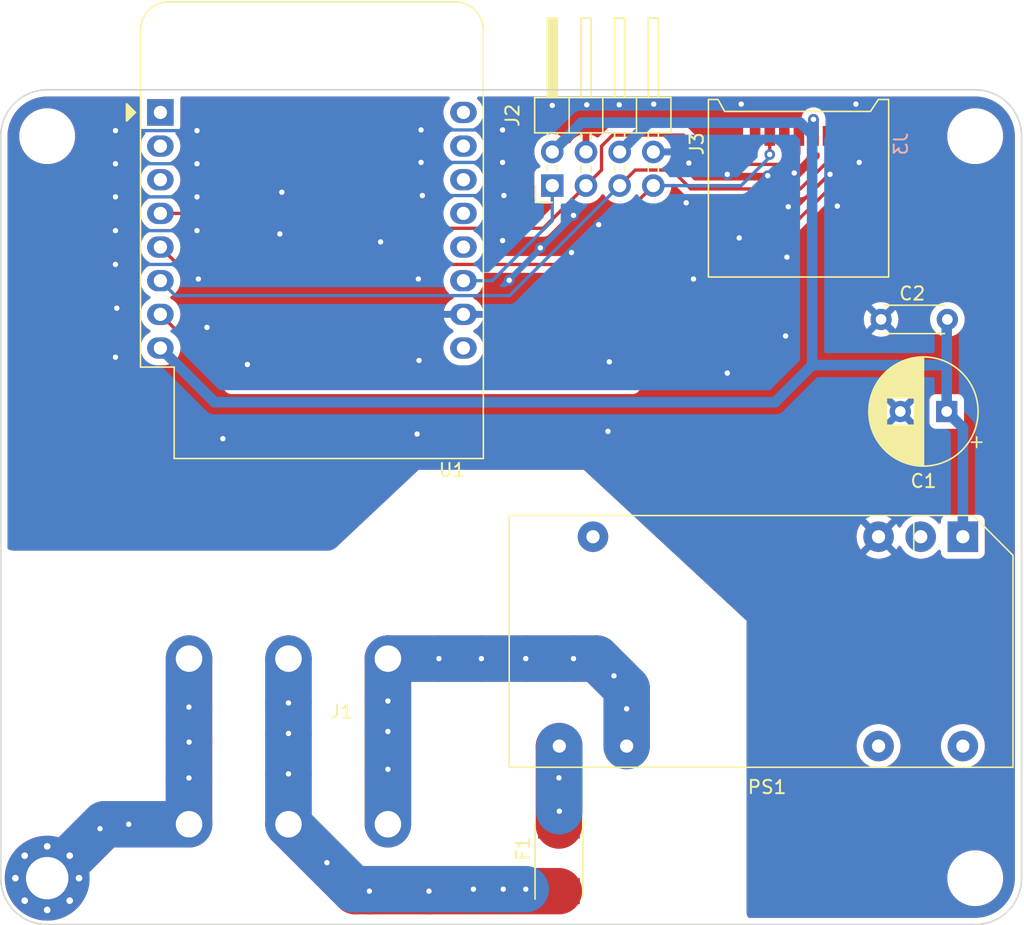
<source format=kicad_pcb>
(kicad_pcb (version 20210722) (generator pcbnew)
  (layers (0 "F.Cu" signal) (31 "B.Cu" signal) (34 "B.Paste" user) (35 "F.Paste" user) (36 "B.SilkS" user "B.Silkscreen") (37 "F.SilkS" user "F.Silkscreen") (38 "B.Mask" user) (39 "F.Mask" user) (44 "Edge.Cuts" user))
  (net 0 "")
  (net 1 "+3V3")
  (net 2 "GND")
  (net 5 "AC1")
  (net 6 "AC2")
  (net 10 "CLK")
  (net 11 "MISO")
  (net 12 "MOSI")
  (net 13 "Net-(F1-Pad2)")
  (net 14 "CS")
  (net 20 "PE")
  (net 21 "SD_CS")
  (footprint "Capacitor_THT:CP_Radial_D8.0mm_P3.50mm" (layer "F.Cu") (at 181.55 74.95 180)
    (fp_text reference "C1" (at 1.75 -5.25) (layer "F.SilkS"))
    (fp_text value "470uF" hide)
    (fp_line (start 4.431 -3.09) (end 4.431 -1.04) (layer "F.SilkS") (width 0.12))
    (fp_line (start 3.111 -3.85) (end 3.111 -1.04) (layer "F.SilkS") (width 0.12))
    (fp_line (start 4.151 -3.309) (end 4.151 -1.04) (layer "F.SilkS") (width 0.12))
    (fp_line (start 4.311 -3.189) (end 4.311 -1.04) (layer "F.SilkS") (width 0.12))
    (fp_line (start 3.991 1.04) (end 3.991 3.418) (layer "F.SilkS") (width 0.12))
    (fp_line (start 5.551 -1.552) (end 5.551 1.552) (layer "F.SilkS") (width 0.12))
    (fp_line (start 4.951 -2.556) (end 4.951 2.556) (layer "F.SilkS") (width 0.12))
    (fp_line (start 4.751 -2.784) (end 4.751 2.784) (layer "F.SilkS") (width 0.12))
    (fp_line (start 4.551 -2.983) (end 4.551 2.983) (layer "F.SilkS") (width 0.12))
    (fp_line (start 4.591 -2.945) (end 4.591 2.945) (layer "F.SilkS") (width 0.12))
    (fp_line (start 5.391 -1.89) (end 5.391 1.89) (layer "F.SilkS") (width 0.12))
    (fp_line (start 5.671 -1.229) (end 5.671 1.229) (layer "F.SilkS") (width 0.12))
    (fp_line (start 4.791 -2.741) (end 4.791 2.741) (layer "F.SilkS") (width 0.12))
    (fp_line (start 4.391 1.04) (end 4.391 3.124) (layer "F.SilkS") (width 0.12))
    (fp_line (start 5.831 -0.533) (end 5.831 0.533) (layer "F.SilkS") (width 0.12))
    (fp_line (start 3.551 -3.666) (end 3.551 -1.04) (layer "F.SilkS") (width 0.12))
    (fp_line (start 3.191 -3.821) (end 3.191 -1.04) (layer "F.SilkS") (width 0.12))
    (fp_line (start 4.351 -3.156) (end 4.351 -1.04) (layer "F.SilkS") (width 0.12))
    (fp_line (start 3.431 1.04) (end 3.431 3.722) (layer "F.SilkS") (width 0.12))
    (fp_line (start 4.111 1.04) (end 4.111 3.338) (layer "F.SilkS") (width 0.12))
    (fp_line (start 4.231 -3.25) (end 4.231 -1.04) (layer "F.SilkS") (width 0.12))
    (fp_line (start 2.791 1.04) (end 2.791 3.947) (layer "F.SilkS") (width 0.12))
    (fp_line (start 3.831 1.04) (end 3.831 3.517) (layer "F.SilkS") (width 0.12))
    (fp_line (start 5.591 -1.453) (end 5.591 1.453) (layer "F.SilkS") (width 0.12))
    (fp_line (start 2.471 1.04) (end 2.471 4.017) (layer "F.SilkS") (width 0.12))
    (fp_line (start 5.751 -0.948) (end 5.751 0.948) (layer "F.SilkS") (width 0.12))
    (fp_line (start 3.951 -3.444) (end 3.951 -1.04) (layer "F.SilkS") (width 0.12))
    (fp_line (start 5.231 -2.166) (end 5.231 2.166) (layer "F.SilkS") (width 0.12))
    (fp_line (start 3.351 -3.757) (end 3.351 -1.04) (layer "F.SilkS") (width 0.12))
    (fp_line (start 4.271 1.04) (end 4.271 3.22) (layer "F.SilkS") (width 0.12))
    (fp_line (start 5.311 -2.034) (end 5.311 2.034) (layer "F.SilkS") (width 0.12))
    (fp_line (start 2.551 -4.002) (end 2.551 -1.04) (layer "F.SilkS") (width 0.12))
    (fp_line (start 5.271 -2.102) (end 5.271 2.102) (layer "F.SilkS") (width 0.12))
    (fp_line (start 3.751 1.04) (end 3.751 3.562) (layer "F.SilkS") (width 0.12))
    (fp_line (start 5.111 -2.345) (end 5.111 2.345) (layer "F.SilkS") (width 0.12))
    (fp_line (start 3.711 1.04) (end 3.711 3.584) (layer "F.SilkS") (width 0.12))
    (fp_line (start 3.031 1.04) (end 3.031 3.877) (layer "F.SilkS") (width 0.12))
    (fp_line (start 4.471 1.04) (end 4.471 3.055) (layer "F.SilkS") (width 0.12))
    (fp_line (start 2.991 1.04) (end 2.991 3.889) (layer "F.SilkS") (width 0.12))
    (fp_line (start 2.19 -4.057) (end 2.19 4.057) (layer "F.SilkS") (width 0.12))
    (fp_line (start 4.511 1.04) (end 4.511 3.019) (layer "F.SilkS") (width 0.12))
    (fp_line (start 4.991 -2.505) (end 4.991 2.505) (layer "F.SilkS") (width 0.12))
    (fp_line (start 2.951 -3.902) (end 2.951 -1.04) (layer "F.SilkS") (width 0.12))
    (fp_line (start 5.791 -0.768) (end 5.791 0.768) (layer "F.SilkS") (width 0.12))
    (fp_line (start 3.631 -3.627) (end 3.631 -1.04) (layer "F.SilkS") (width 0.12))
    (fp_line (start 4.191 1.04) (end 4.191 3.28) (layer "F.SilkS") (width 0.12))
    (fp_line (start 4.271 -3.22) (end 4.271 -1.04) (layer "F.SilkS") (width 0.12))
    (fp_line (start 3.231 -3.805) (end 3.231 -1.04) (layer "F.SilkS") (width 0.12))
    (fp_line (start 3.911 -3.469) (end 3.911 -1.04) (layer "F.SilkS") (width 0.12))
    (fp_line (start 3.471 -3.704) (end 3.471 -1.04) (layer "F.SilkS") (width 0.12))
    (fp_line (start 3.671 -3.606) (end 3.671 -1.04) (layer "F.SilkS") (width 0.12))
    (fp_line (start 4.031 -3.392) (end 4.031 -1.04) (layer "F.SilkS") (width 0.12))
    (fp_line (start 3.151 1.04) (end 3.151 3.835) (layer "F.SilkS") (width 0.12))
    (fp_line (start 3.871 -3.493) (end 3.871 -1.04) (layer "F.SilkS") (width 0.12))
    (fp_line (start 2.11 -4.065) (end 2.11 4.065) (layer "F.SilkS") (width 0.12))
    (fp_line (start 2.871 -3.925) (end 2.871 -1.04) (layer "F.SilkS") (width 0.12))
    (fp_line (start 5.431 -1.813) (end 5.431 1.813) (layer "F.SilkS") (width 0.12))
    (fp_line (start 3.031 -3.877) (end 3.031 -1.04) (layer "F.SilkS") (width 0.12))
    (fp_line (start 4.911 -2.604) (end 4.911 2.604) (layer "F.SilkS") (width 0.12))
    (fp_line (start 3.511 1.04) (end 3.511 3.686) (layer "F.SilkS") (width 0.12))
    (fp_line (start 2.07 -4.068) (end 2.07 4.068) (layer "F.SilkS") (width 0.12))
    (fp_line (start 5.711 -1.098) (end 5.711 1.098) (layer "F.SilkS") (width 0.12))
    (fp_line (start 3.111 1.04) (end 3.111 3.85) (layer "F.SilkS") (width 0.12))
    (fp_line (start 3.311 -3.774) (end 3.311 -1.04) (layer "F.SilkS") (width 0.12))
    (fp_line (start 2.831 1.04) (end 2.831 3.936) (layer "F.SilkS") (width 0.12))
    (fp_line (start 4.071 -3.365) (end 4.071 -1.04) (layer "F.SilkS") (width 0.12))
    (fp_line (start 2.871 1.04) (end 2.871 3.925) (layer "F.SilkS") (width 0.12))
    (fp_line (start 3.471 1.04) (end 3.471 3.704) (layer "F.SilkS") (width 0.12))
    (fp_line (start -2.259698 -2.715) (end -2.259698 -1.915) (layer "F.SilkS") (width 0.12))
    (fp_line (start 2.991 -3.889) (end 2.991 -1.04) (layer "F.SilkS") (width 0.12))
    (fp_line (start 3.671 1.04) (end 3.671 3.606) (layer "F.SilkS") (width 0.12))
    (fp_line (start 3.271 -3.79) (end 3.271 -1.04) (layer "F.SilkS") (width 0.12))
    (fp_line (start 5.071 -2.4) (end 5.071 2.4) (layer "F.SilkS") (width 0.12))
    (fp_line (start 4.351 1.04) (end 4.351 3.156) (layer "F.SilkS") (width 0.12))
    (fp_line (start 3.591 -3.647) (end 3.591 -1.04) (layer "F.SilkS") (width 0.12))
    (fp_line (start 2.671 1.04) (end 2.671 3.976) (layer "F.SilkS") (width 0.12))
    (fp_line (start 2.511 -4.01) (end 2.511 -1.04) (layer "F.SilkS") (width 0.12))
    (fp_line (start 1.91 -4.077) (end 1.91 4.077) (layer "F.SilkS") (width 0.12))
    (fp_line (start 5.631 -1.346) (end 5.631 1.346) (layer "F.SilkS") (width 0.12))
    (fp_line (start 3.911 1.04) (end 3.911 3.469) (layer "F.SilkS") (width 0.12))
    (fp_line (start 4.871 -2.651) (end 4.871 2.651) (layer "F.SilkS") (width 0.12))
    (fp_line (start 3.591 1.04) (end 3.591 3.647) (layer "F.SilkS") (width 0.12))
    (fp_line (start 3.711 -3.584) (end 3.711 -1.04) (layer "F.SilkS") (width 0.12))
    (fp_line (start 3.391 -3.74) (end 3.391 -1.04) (layer "F.SilkS") (width 0.12))
    (fp_line (start 2.791 -3.947) (end 2.791 -1.04) (layer "F.SilkS") (width 0.12))
    (fp_line (start 4.471 -3.055) (end 4.471 -1.04) (layer "F.SilkS") (width 0.12))
    (fp_line (start 2.631 -3.985) (end 2.631 -1.04) (layer "F.SilkS") (width 0.12))
    (fp_line (start 2.911 -3.914) (end 2.911 -1.04) (layer "F.SilkS") (width 0.12))
    (fp_line (start 2.35 -4.037) (end 2.35 4.037) (layer "F.SilkS") (width 0.12))
    (fp_line (start 3.431 -3.722) (end 3.431 -1.04) (layer "F.SilkS") (width 0.12))
    (fp_line (start 2.43 -4.024) (end 2.43 4.024) (layer "F.SilkS") (width 0.12))
    (fp_line (start 4.151 1.04) (end 4.151 3.309) (layer "F.SilkS") (width 0.12))
    (fp_line (start 2.711 -3.967) (end 2.711 -1.04) (layer "F.SilkS") (width 0.12))
    (fp_line (start 5.471 -1.731) (end 5.471 1.731) (layer "F.SilkS") (width 0.12))
    (fp_line (start 1.79 -4.08) (end 1.79 4.08) (layer "F.SilkS") (width 0.12))
    (fp_line (start 1.95 -4.076) (end 1.95 4.076) (layer "F.SilkS") (width 0.12))
    (fp_line (start 3.311 1.04) (end 3.311 3.774) (layer "F.SilkS") (width 0.12))
    (fp_line (start 4.671 -2.867) (end 4.671 2.867) (layer "F.SilkS") (width 0.12))
    (fp_line (start 3.951 1.04) (end 3.951 3.444) (layer "F.SilkS") (width 0.12))
    (fp_line (start 3.991 -3.418) (end 3.991 -1.04) (layer "F.SilkS") (width 0.12))
    (fp_line (start 2.03 -4.071) (end 2.03 4.071) (layer "F.SilkS") (width 0.12))
    (fp_line (start 5.031 -2.454) (end 5.031 2.454) (layer "F.SilkS") (width 0.12))
    (fp_line (start 3.831 -3.517) (end 3.831 -1.04) (layer "F.SilkS") (width 0.12))
    (fp_line (start 3.351 1.04) (end 3.351 3.757) (layer "F.SilkS") (width 0.12))
    (fp_line (start 3.191 1.04) (end 3.191 3.821) (layer "F.SilkS") (width 0.12))
    (fp_line (start 3.151 -3.835) (end 3.151 -1.04) (layer "F.SilkS") (width 0.12))
    (fp_line (start 5.351 -1.964) (end 5.351 1.964) (layer "F.SilkS") (width 0.12))
    (fp_line (start 3.631 1.04) (end 3.631 3.627) (layer "F.SilkS") (width 0.12))
    (fp_line (start 4.631 -2.907) (end 4.631 2.907) (layer "F.SilkS") (width 0.12))
    (fp_line (start 2.27 -4.048) (end 2.27 4.048) (layer "F.SilkS") (width 0.12))
    (fp_line (start 2.751 -3.957) (end 2.751 -1.04) (layer "F.SilkS") (width 0.12))
    (fp_line (start 3.551 1.04) (end 3.551 3.666) (layer "F.SilkS") (width 0.12))
    (fp_line (start 4.311 1.04) (end 4.311 3.189) (layer "F.SilkS") (width 0.12))
    (fp_line (start 5.151 -2.287) (end 5.151 2.287) (layer "F.SilkS") (width 0.12))
    (fp_line (start 1.87 -4.079) (end 1.87 4.079) (layer "F.SilkS") (width 0.12))
    (fp_line (start 1.99 -4.074) (end 1.99 4.074) (layer "F.SilkS") (width 0.12))
    (fp_line (start 4.071 1.04) (end 4.071 3.365) (layer "F.SilkS") (width 0.12))
    (fp_line (start 2.15 -4.061) (end 2.15 4.061) (layer "F.SilkS") (width 0.12))
    (fp_line (start 3.391 1.04) (end 3.391 3.74) (layer "F.SilkS") (width 0.12))
    (fp_line (start 3.511 -3.686) (end 3.511 -1.04) (layer "F.SilkS") (width 0.12))
    (fp_line (start 3.071 -3.863) (end 3.071 -1.04) (layer "F.SilkS") (width 0.12))
    (fp_line (start 5.511 -1.645) (end 5.511 1.645) (layer "F.SilkS") (width 0.12))
    (fp_line (start 2.951 1.04) (end 2.951 3.902) (layer "F.SilkS") (width 0.12))
    (fp_line (start 4.191 -3.28) (end 4.191 -1.04) (layer "F.SilkS") (width 0.12))
    (fp_line (start 3.791 -3.54) (end 3.791 -1.04) (layer "F.SilkS") (width 0.12))
    (fp_line (start 5.191 -2.228) (end 5.191 2.228) (layer "F.SilkS") (width 0.12))
    (fp_line (start 3.751 -3.562) (end 3.751 -1.04) (layer "F.SilkS") (width 0.12))
    (fp_line (start 2.511 1.04) (end 2.511 4.01) (layer "F.SilkS") (width 0.12))
    (fp_line (start 4.231 1.04) (end 4.231 3.25) (layer "F.SilkS") (width 0.12))
    (fp_line (start 4.111 -3.338) (end 4.111 -1.04) (layer "F.SilkS") (width 0.12))
    (fp_line (start 2.911 1.04) (end 2.911 3.914) (layer "F.SilkS") (width 0.12))
    (fp_line (start 2.711 1.04) (end 2.711 3.967) (layer "F.SilkS") (width 0.12))
    (fp_line (start 3.071 1.04) (end 3.071 3.863) (layer "F.SilkS") (width 0.12))
    (fp_line (start 2.751 1.04) (end 2.751 3.957) (layer "F.SilkS") (width 0.12))
    (fp_line (start 4.391 -3.124) (end 4.391 -1.04) (layer "F.SilkS") (width 0.12))
    (fp_line (start 4.431 1.04) (end 4.431 3.09) (layer "F.SilkS") (width 0.12))
    (fp_line (start 4.031 1.04) (end 4.031 3.392) (layer "F.SilkS") (width 0.12))
    (fp_line (start 2.31 -4.042) (end 2.31 4.042) (layer "F.SilkS") (width 0.12))
    (fp_line (start 1.83 -4.08) (end 1.83 4.08) (layer "F.SilkS") (width 0.12))
    (fp_line (start 2.471 -4.017) (end 2.471 -1.04) (layer "F.SilkS") (width 0.12))
    (fp_line (start 3.791 1.04) (end 3.791 3.54) (layer "F.SilkS") (width 0.12))
    (fp_line (start 4.831 -2.697) (end 4.831 2.697) (layer "F.SilkS") (width 0.12))
    (fp_line (start 2.23 -4.052) (end 2.23 4.052) (layer "F.SilkS") (width 0.12))
    (fp_line (start 3.231 1.04) (end 3.231 3.805) (layer "F.SilkS") (width 0.12))
    (fp_line (start 2.591 1.04) (end 2.591 3.994) (layer "F.SilkS") (width 0.12))
    (fp_line (start 2.551 1.04) (end 2.551 4.002) (layer "F.SilkS") (width 0.12))
    (fp_line (start 2.831 -3.936) (end 2.831 -1.04) (layer "F.SilkS") (width 0.12))
    (fp_line (start 4.711 -2.826) (end 4.711 2.826) (layer "F.SilkS") (width 0.12))
    (fp_line (start -2.659698 -2.315) (end -1.859698 -2.315) (layer "F.SilkS") (width 0.12))
    (fp_line (start 3.271 1.04) (end 3.271 3.79) (layer "F.SilkS") (width 0.12))
    (fp_line (start 2.591 -3.994) (end 2.591 -1.04) (layer "F.SilkS") (width 0.12))
    (fp_line (start 3.871 1.04) (end 3.871 3.493) (layer "F.SilkS") (width 0.12))
    (fp_line (start 2.671 -3.976) (end 2.671 -1.04) (layer "F.SilkS") (width 0.12))
    (fp_line (start 2.631 1.04) (end 2.631 3.985) (layer "F.SilkS") (width 0.12))
    (fp_line (start 4.511 -3.019) (end 4.511 -1.04) (layer "F.SilkS") (width 0.12))
    (fp_line (start 2.39 -4.03) (end 2.39 4.03) (layer "F.SilkS") (width 0.12))
    (fp_line (start 1.75 -4.08) (end 1.75 4.08) (layer "F.SilkS") (width 0.12))
    (fp_circle (center 1.75 0) (end 5.87 0) (layer "F.SilkS") (width 0.12) (fill none))
    (pad "1" thru_hole rect locked (at 0 0 180) (size 1.6 1.6) (drill 0.8) (layers *.Cu *.Mask) (net 1 "+3V3"))
    (pad "2" thru_hole circle locked (at 3.5 0 180) (size 1.6 1.6) (drill 0.8) (layers *.Cu *.Mask) (net 2 "GND"))
  )
  (footprint "pac:MountingHolesPE" (layer "F.Cu") (at 113.7 110.17)
    (fp_text reference "M1" (at 0 -0.5 unlocked) (layer "F.SilkS"))
    (fp_text value "MountingHoles" hide)
    (fp_line (start 73.5 -56) (end 73.5 0) (layer "Edge.Cuts") (width 0.12))
    (fp_line (start 0 -59.5) (end 70 -59.5) (layer "Edge.Cuts") (width 0.12))
    (fp_line (start 70 3.5) (end 0 3.5) (layer "Edge.Cuts") (width 0.12))
    (fp_line (start -3.5 0) (end -3.5 -56) (layer "Edge.Cuts") (width 0.12))
    (fp_arc (start 70 -56) (end 70 -59.5) (angle 90) (layer "Edge.Cuts") (width 0.12))
    (fp_arc (start 0 -56) (end -3.5 -56) (angle 90) (layer "Edge.Cuts") (width 0.12))
    (fp_arc (start 70 0) (end 73.5 0) (angle 90) (layer "Edge.Cuts") (width 0.12))
    (fp_arc (start 0 0) (end 0 3.5) (angle 90) (layer "Edge.Cuts") (width 0.12))
    (pad "" np_thru_hole circle (at 0 -56) (size 3.2 3.2) (drill 3.2) (layers F&B.Cu *.Mask))
    (pad "" np_thru_hole circle (at 70 -56) (size 3.2 3.2) (drill 3.2) (layers F&B.Cu *.Mask))
    (pad "" np_thru_hole circle (at 70 0) (size 3.2 3.2) (drill 3.2) (layers F&B.Cu *.Mask))
    (pad "1" thru_hole circle (at -1.697056 -1.697056) (size 0.8 0.8) (drill 0.5) (layers *.Cu *.Mask) (net 20 "PE"))
    (pad "1" thru_hole circle (at -2.4 0) (size 0.8 0.8) (drill 0.5) (layers *.Cu *.Mask) (net 20 "PE"))
    (pad "1" thru_hole circle (at 1.697056 -1.697056) (size 0.8 0.8) (drill 0.5) (layers *.Cu *.Mask) (net 20 "PE"))
    (pad "1" thru_hole circle (at -1.697056 1.697056) (size 0.8 0.8) (drill 0.5) (layers *.Cu *.Mask) (net 20 "PE"))
    (pad "1" thru_hole circle (at 0 0) (size 6.4 6.4) (drill 3.2) (layers *.Cu *.Mask) (net 20 "PE"))
    (pad "1" thru_hole circle (at 2.4 0) (size 0.8 0.8) (drill 0.5) (layers *.Cu *.Mask) (net 20 "PE"))
    (pad "1" thru_hole circle (at 0 2.4) (size 0.8 0.8) (drill 0.5) (layers *.Cu *.Mask) (net 20 "PE"))
    (pad "1" thru_hole circle (at 1.697056 1.697056) (size 0.8 0.8) (drill 0.5) (layers *.Cu *.Mask) (net 20 "PE"))
    (pad "1" thru_hole circle (at 0 -2.4) (size 0.8 0.8) (drill 0.5) (layers *.Cu *.Mask) (net 20 "PE"))
  )
  (footprint "Capacitor_THT:C_Disc_D4.3mm_W1.9mm_P5.00mm" (layer "F.Cu") (at 181.6 68 180)
    (fp_text reference "C2" (at 2.65 1.95) (layer "F.SilkS"))
    (fp_text value "1uF" hide)
    (fp_line (start 4.77 1.055) (end 4.77 1.07) (layer "F.SilkS") (width 0.12))
    (fp_line (start 0.23 1.07) (end 4.77 1.07) (layer "F.SilkS") (width 0.12))
    (fp_line (start 0.23 -1.07) (end 0.23 -1.055) (layer "F.SilkS") (width 0.12))
    (fp_line (start 0.23 1.055) (end 0.23 1.07) (layer "F.SilkS") (width 0.12))
    (fp_line (start 4.77 -1.07) (end 4.77 -1.055) (layer "F.SilkS") (width 0.12))
    (fp_line (start 0.23 -1.07) (end 4.77 -1.07) (layer "F.SilkS") (width 0.12))
    (pad "1" thru_hole circle locked (at 0 0 180) (size 1.6 1.6) (drill 0.8) (layers *.Cu *.Mask) (net 1 "+3V3"))
    (pad "2" thru_hole circle locked (at 5 0 180) (size 1.6 1.6) (drill 0.8) (layers *.Cu *.Mask) (net 2 "GND"))
  )
  (footprint "Connector_PinHeader_2.54mm:PinHeader_2x04_P2.54mm_Horizontal" (layer "F.Cu") (at 151.8 57.9 90)
    (fp_text reference "J2" (at 5.3 -3 90) (layer "F.SilkS"))
    (fp_text value "Conn_02x04_Odd_Even" hide)
    (fp_line (start 12.64 0.38) (end 6.64 0.38) (layer "F.SilkS") (width 0.12))
    (fp_line (start 6.64 2.16) (end 12.64 2.16) (layer "F.SilkS") (width 0.12))
    (fp_line (start 3.582929 2.92) (end 3.98 2.92) (layer "F.SilkS") (width 0.12))
    (fp_line (start 1.042929 2.16) (end 1.497071 2.16) (layer "F.SilkS") (width 0.12))
    (fp_line (start 6.64 -0.2) (end 12.64 -0.2) (layer "F.SilkS") (width 0.12))
    (fp_line (start 6.64 4.7) (end 12.64 4.7) (layer "F.SilkS") (width 0.12))
    (fp_line (start 6.64 -0.32) (end 12.64 -0.32) (layer "F.SilkS") (width 0.12))
    (fp_line (start 1.11 0.38) (end 1.497071 0.38) (layer "F.SilkS") (width 0.12))
    (fp_line (start 1.11 -0.38) (end 1.497071 -0.38) (layer "F.SilkS") (width 0.12))
    (fp_line (start 3.98 1.27) (end 6.64 1.27) (layer "F.SilkS") (width 0.12))
    (fp_line (start 3.582929 4.7) (end 3.98 4.7) (layer "F.SilkS") (width 0.12))
    (fp_line (start 1.042929 8) (end 1.497071 8) (layer "F.SilkS") (width 0.12))
    (fp_line (start -1.27 -1.27) (end 0 -1.27) (layer "F.SilkS") (width 0.12))
    (fp_line (start 6.64 8.95) (end 6.64 -1.33) (layer "F.SilkS") (width 0.12))
    (fp_line (start 1.042929 5.46) (end 1.497071 5.46) (layer "F.SilkS") (width 0.12))
    (fp_line (start -1.27 0) (end -1.27 -1.27) (layer "F.SilkS") (width 0.12))
    (fp_line (start 3.582929 0.38) (end 3.98 0.38) (layer "F.SilkS") (width 0.12))
    (fp_line (start 6.64 7.24) (end 12.64 7.24) (layer "F.SilkS") (width 0.12))
    (fp_line (start 3.582929 2.16) (end 3.98 2.16) (layer "F.SilkS") (width 0.12))
    (fp_line (start 1.042929 2.92) (end 1.497071 2.92) (layer "F.SilkS") (width 0.12))
    (fp_line (start 1.042929 7.24) (end 1.497071 7.24) (layer "F.SilkS") (width 0.12))
    (fp_line (start 12.64 5.46) (end 6.64 5.46) (layer "F.SilkS") (width 0.12))
    (fp_line (start 12.64 2.92) (end 6.64 2.92) (layer "F.SilkS") (width 0.12))
    (fp_line (start 6.64 -1.33) (end 3.98 -1.33) (layer "F.SilkS") (width 0.12))
    (fp_line (start 12.64 2.16) (end 12.64 2.92) (layer "F.SilkS") (width 0.12))
    (fp_line (start 6.64 0.04) (end 12.64 0.04) (layer "F.SilkS") (width 0.12))
    (fp_line (start 3.582929 7.24) (end 3.98 7.24) (layer "F.SilkS") (width 0.12))
    (fp_line (start 12.64 7.24) (end 12.64 8) (layer "F.SilkS") (width 0.12))
    (fp_line (start 3.98 6.35) (end 6.64 6.35) (layer "F.SilkS") (width 0.12))
    (fp_line (start 12.64 -0.38) (end 12.64 0.38) (layer "F.SilkS") (width 0.12))
    (fp_line (start 12.64 4.7) (end 12.64 5.46) (layer "F.SilkS") (width 0.12))
    (fp_line (start 3.582929 5.46) (end 3.98 5.46) (layer "F.SilkS") (width 0.12))
    (fp_line (start 6.64 -0.08) (end 12.64 -0.08) (layer "F.SilkS") (width 0.12))
    (fp_line (start 3.98 -1.33) (end 3.98 8.95) (layer "F.SilkS") (width 0.12))
    (fp_line (start 3.582929 -0.38) (end 3.98 -0.38) (layer "F.SilkS") (width 0.12))
    (fp_line (start 6.64 0.16) (end 12.64 0.16) (layer "F.SilkS") (width 0.12))
    (fp_line (start 12.64 8) (end 6.64 8) (layer "F.SilkS") (width 0.12))
    (fp_line (start 3.98 3.81) (end 6.64 3.81) (layer "F.SilkS") (width 0.12))
    (fp_line (start 6.64 -0.38) (end 12.64 -0.38) (layer "F.SilkS") (width 0.12))
    (fp_line (start 3.98 8.95) (end 6.64 8.95) (layer "F.SilkS") (width 0.12))
    (fp_line (start 6.64 0.28) (end 12.64 0.28) (layer "F.SilkS") (width 0.12))
    (fp_line (start 3.582929 8) (end 3.98 8) (layer "F.SilkS") (width 0.12))
    (fp_line (start 1.042929 4.7) (end 1.497071 4.7) (layer "F.SilkS") (width 0.12))
    (pad "1" thru_hole rect locked (at 0 0 90) (size 1.7 1.7) (drill 1) (layers *.Cu *.Mask) (net 14 "CS"))
    (pad "2" thru_hole oval locked (at 2.54 0 90) (size 1.7 1.7) (drill 1) (layers *.Cu *.Mask) (net 1 "+3V3"))
    (pad "3" thru_hole oval locked (at 0 2.54 90) (size 1.7 1.7) (drill 1) (layers *.Cu *.Mask) (net 10 "CLK"))
    (pad "4" thru_hole oval locked (at 2.54 2.54 90) (size 1.7 1.7) (drill 1) (layers *.Cu *.Mask) (net 2 "GND"))
    (pad "5" thru_hole oval locked (at 0 5.08 90) (size 1.7 1.7) (drill 1) (layers *.Cu *.Mask) (net 12 "MOSI"))
    (pad "6" thru_hole oval locked (at 2.54 5.08 90) (size 1.7 1.7) (drill 1) (layers *.Cu *.Mask) (net 1 "+3V3"))
    (pad "7" thru_hole oval locked (at 0 7.62 90) (size 1.7 1.7) (drill 1) (layers *.Cu *.Mask) (net 11 "MISO"))
    (pad "8" thru_hole oval locked (at 2.54 7.62 90) (size 1.7 1.7) (drill 1) (layers *.Cu *.Mask) (net 2 "GND"))
  )
  (footprint "phase_angle_control:micro_sd_slot" (layer "F.Cu") (at 170.3 52.3 180)
    (fp_text reference "J3" (at 7.6 -2.45 90 unlocked) (layer "F.SilkS"))
    (fp_text value "Micro_SD_Card" hide)
    (fp_poly (pts (xy 6.725 0.9) (xy 6 0.9) (xy 5.5 0) (xy -5.5 0) (xy -6.1 0.9) (xy -6.875 0.9) (xy -6.875 -12.5) (xy 6.725 -12.5)) (layer "F.SilkS") (width 0.12) (fill none))
    (pad "1" smd rect (at -4.5 -1.85 180) (size 0.8 1.5) (layers "F.Cu" "F.Paste" "F.Mask"))
    (pad "2" smd rect (at -3.4 -1.85 180) (size 0.8 1.5) (layers "F.Cu" "F.Paste" "F.Mask") (net 21 "SD_CS"))
    (pad "3" smd rect (at -2.3 -1.85 180) (size 0.8 1.5) (layers "F.Cu" "F.Paste" "F.Mask") (net 12 "MOSI"))
    (pad "4" smd rect (at -1.2 -1.85 180) (size 0.8 1.5) (layers "F.Cu" "F.Paste" "F.Mask") (net 1 "+3V3"))
    (pad "5" smd rect (at -0.1 -1.85 180) (size 0.8 1.5) (layers "F.Cu" "F.Paste" "F.Mask") (net 10 "CLK"))
    (pad "6" smd rect (at 1 -1.85 180) (size 0.8 1.5) (layers "F.Cu" "F.Paste" "F.Mask") (net 2 "GND"))
    (pad "7" smd rect (at 2.1 -1.85 180) (size 0.8 1.5) (layers "F.Cu" "F.Paste" "F.Mask") (net 11 "MISO"))
    (pad "8" smd rect (at 3.2 -1.85 180) (size 0.8 1.5) (layers "F.Cu" "F.Paste" "F.Mask"))
    (pad "9" smd rect (at -6.8 -8.3 180) (size 1.45 2) (layers "F.Cu" "F.Paste" "F.Mask") (net 2 "GND"))
    (pad "9" smd rect (at -6.8 0 180) (size 1.45 2) (layers "F.Cu" "F.Paste" "F.Mask") (net 2 "GND"))
    (pad "9" smd rect (at 6.8 -8.3 180) (size 1.45 2) (layers "F.Cu" "F.Paste" "F.Mask") (net 2 "GND"))
    (pad "9" smd rect (at 6.8 0 180) (size 1.45 2) (layers "F.Cu" "F.Paste" "F.Mask") (net 2 "GND"))
  )
  (footprint "Module:WEMOS_D1_mini_light" (layer "F.Cu") (at 122.2375 52.3775)
    (fp_text reference "U1" (at 22 27) (layer "F.SilkS"))
    (fp_text value "WeMos_D1_mini" hide)
    (fp_line (start 24.36 26.12) (end 24.36 -6.21) (layer "F.SilkS") (width 0.12))
    (fp_line (start 22.24 -8.34) (end 0.63 -8.34) (layer "F.SilkS") (width 0.12))
    (fp_line (start 1.04 19.22) (end 1.04 26.12) (layer "F.SilkS") (width 0.12))
    (fp_line (start -1.5 19.22) (end 1.04 19.22) (layer "F.SilkS") (width 0.12))
    (fp_line (start -1.5 19.22) (end -1.5 -6.21) (layer "F.SilkS") (width 0.12))
    (fp_line (start 1.04 26.12) (end 24.36 26.12) (layer "F.SilkS") (width 0.12))
    (fp_arc (start 22.23 -6.21) (end 24.36 -6.21) (angle -90) (layer "F.SilkS") (width 0.12))
    (fp_arc (start 0.63 -6.21) (end 0.63 -8.34) (angle -90) (layer "F.SilkS") (width 0.12))
    (fp_poly (pts (xy -2.54 -0.635) (xy -2.54 0.635) (xy -1.905 0)) (layer "F.SilkS") (width 0.15) (fill solid))
    (pad "1" thru_hole rect locked (at 0 0) (size 2 2) (drill 1) (layers *.Cu *.Mask))
    (pad "2" thru_hole oval locked (at 0 2.54) (size 2 1.6) (drill 1) (layers *.Cu *.Mask))
    (pad "3" thru_hole oval locked (at 0 5.08) (size 2 1.6) (drill 1) (layers *.Cu *.Mask))
    (pad "4" thru_hole oval locked (at 0 7.62) (size 2 1.6) (drill 1) (layers *.Cu *.Mask) (net 10 "CLK"))
    (pad "5" thru_hole oval locked (at 0 10.16) (size 2 1.6) (drill 1) (layers *.Cu *.Mask) (net 11 "MISO"))
    (pad "6" thru_hole oval locked (at 0 12.7) (size 2 1.6) (drill 1) (layers *.Cu *.Mask) (net 12 "MOSI"))
    (pad "7" thru_hole oval locked (at 0 15.24) (size 2 1.6) (drill 1) (layers *.Cu *.Mask) (net 21 "SD_CS"))
    (pad "8" thru_hole oval locked (at 0 17.78) (size 2 1.6) (drill 1) (layers *.Cu *.Mask) (net 1 "+3V3"))
    (pad "9" thru_hole oval locked (at 22.86 17.78) (size 2 1.6) (drill 1) (layers *.Cu *.Mask))
    (pad "10" thru_hole oval locked (at 22.86 15.24) (size 2 1.6) (drill 1) (layers *.Cu *.Mask) (net 2 "GND"))
    (pad "11" thru_hole oval locked (at 22.86 12.7) (size 2 1.6) (drill 1) (layers *.Cu *.Mask) (net 14 "CS"))
    (pad "12" thru_hole oval locked (at 22.86 10.16) (size 2 1.6) (drill 1) (layers *.Cu *.Mask))
    (pad "13" thru_hole oval locked (at 22.86 7.62) (size 2 1.6) (drill 1) (layers *.Cu *.Mask))
    (pad "14" thru_hole oval locked (at 22.86 5.08) (size 2 1.6) (drill 1) (layers *.Cu *.Mask))
    (pad "15" thru_hole oval locked (at 22.86 2.54) (size 2 1.6) (drill 1) (layers *.Cu *.Mask))
    (pad "16" thru_hole oval locked (at 22.86 0) (size 2 1.6) (drill 1) (layers *.Cu *.Mask))
  )
  (footprint "phase_angle_control:TAD3-0303-WEDI" (layer "F.Cu") (at 167.55 92.3 180)
    (fp_text reference "PS1" (at -0.45 -11) (layer "F.SilkS"))
    (fp_text value "TAD3-0303-WEDI" hide)
    (fp_line (start -11.52 6.89) (end -11.52 8.9) (layer "F.SilkS") (width 0.12))
    (fp_poly (pts (xy -19 6.5) (xy -16 9.5) (xy 19 9.5) (xy 19 -9.5) (xy -19 -9.5)) (layer "F.SilkS") (width 0.12) (fill none))
    (pad "1" thru_hole rect locked (at -15.22 7.9 180) (size 2.3 2.3) (drill 1) (layers *.Cu *.Mask) (net 1 "+3V3"))
    (pad "2" thru_hole circle locked (at -12.04 7.9 180) (size 2.3 2.3) (drill 1) (layers *.Cu *.Mask))
    (pad "3" thru_hole circle locked (at -8.86 7.9 180) (size 2.3 2.3) (drill 1) (layers *.Cu *.Mask) (net 2 "GND"))
    (pad "4" thru_hole circle locked (at 12.68 7.9 180) (size 2.3 2.3) (drill 1) (layers *.Cu *.Mask))
    (pad "5" thru_hole circle (at -15.22 -7.9 180) (size 2.3 2.3) (drill oval 1) (layers *.Cu *.Mask))
    (pad "6" thru_hole circle (at -8.86 -7.9 180) (size 2.3 2.3) (drill oval 1) (layers *.Cu *.Mask))
    (pad "7" thru_hole circle (at 10.14 -7.9 180) (size 2.3 2.3) (drill oval 1) (layers *.Cu *.Mask) (net 6 "AC2"))
    (pad "8" thru_hole circle (at 15.22 -7.9 180) (size 2.3 2.3) (drill oval 1) (layers *.Cu *.Mask) (net 13 "Net-(F1-Pad2)"))
  )
  (footprint "pac:KF206B-7.5-3P" (layer "F.Cu") (at 131.9 100)
    (fp_text reference "J1" (at 4 -2.4 unlocked) (layer "F.SilkS"))
    (fp_text value "Screw_Terminal_01x03")
    (pad "1" thru_hole circle (at -7.5 6.1) (size 3.5 3.5) (drill 2) (layers *.Cu *.Mask) (net 20 "PE"))
    (pad "1" thru_hole circle (at -7.5 -6.4) (size 3.5 3.5) (drill 2) (layers *.Cu *.Mask) (net 20 "PE"))
    (pad "2" thru_hole circle (at 0 6.1) (size 3.5 3.5) (drill 2) (layers *.Cu *.Mask) (net 5 "AC1"))
    (pad "2" thru_hole circle (at 0 -6.4) (size 3.5 3.5) (drill 2) (layers *.Cu *.Mask) (net 5 "AC1"))
    (pad "3" thru_hole circle (at 7.5 6.1) (size 3.5 3.5) (drill 2) (layers *.Cu *.Mask) (net 6 "AC2"))
    (pad "3" thru_hole circle (at 7.5 -6.4) (size 3.5 3.5) (drill 2) (layers *.Cu *.Mask) (net 6 "AC2"))
  )
  (footprint "phase_angle_control:Fuse_2410" (layer "F.Cu") (at 150.7 110.15 90)
    (fp_text reference "F1" (at 2.2 -1.1 90 unlocked) (layer "F.SilkS"))
    (fp_text value "1A slow")
    (fp_line (start -1.6 -0.2) (end 4.3 -0.2) (layer "F.SilkS") (width 0.12))
    (fp_line (start -1.5 3.4) (end 4.4 3.4) (layer "F.SilkS") (width 0.12))
    (pad "1" smd rect (at -1 1.6 90) (size 1.96 3.15) (layers "F.Cu" "F.Paste" "F.Mask") (net 5 "AC1"))
    (pad "2" smd rect (at 3.95 1.6 90) (size 1.96 3.15) (layers "F.Cu" "F.Paste" "F.Mask") (net 13 "Net-(F1-Pad2)"))
  )
  (gr_text "J3" (at 178.1 54.75 -270) (layer "B.SilkS") (effects (font (size 1 1)) (justify mirror)))
  (segment (start 171.5 52.9) (end 171.5 54.15) (width 0.8) (layer "F.Cu") (net 1))
  (via (at 171.5 52.9) (size 0.8) (drill 0.4) (layers "F.Cu" "B.Cu") (net 1))
  (segment (start 171.5 52.9) (end 171.5 53.95) (width 0.8) (layer "B.Cu") (net 1))
  (segment (start 181.55 68.05) (end 181.6 68) (width 0.8) (layer "B.Cu") (net 1))
  (segment (start 181.55 74.95) (end 181.55 71.5) (width 0.8) (layer "B.Cu") (net 1))
  (segment (start 171.4 71.45) (end 171.4 54.05) (width 0.8) (layer "B.Cu") (net 1))
  (segment (start 181.5 71.45) (end 181.55 71.5) (width 0.8) (layer "B.Cu") (net 1))
  (segment (start 122.2375 70.1575) (end 126.33 74.25) (width 0.8) (layer "B.Cu") (net 1))
  (segment (start 126.33 74.25) (end 168.6 74.25) (width 0.8) (layer "B.Cu") (net 1))
  (segment (start 182.77 76.17) (end 181.55 74.95) (width 0.8) (layer "B.Cu") (net 1))
  (segment (start 170.5 53.15) (end 159.09 53.15) (width 0.8) (layer "B.Cu") (net 1))
  (segment (start 159.09 53.15) (end 156.88 55.36) (width 0.8) (layer "B.Cu") (net 1))
  (segment (start 182.77 84.4) (end 182.77 76.17) (width 0.8) (layer "B.Cu") (net 1))
  (segment (start 171.4 54.05) (end 170.5 53.15) (width 0.8) (layer "B.Cu") (net 1))
  (segment (start 168.6 74.25) (end 171.4 71.45) (width 0.8) (layer "B.Cu") (net 1))
  (segment (start 159.09 53.15) (end 154.01 53.15) (width 0.8) (layer "B.Cu") (net 1))
  (segment (start 171.4 71.45) (end 181.5 71.45) (width 0.8) (layer "B.Cu") (net 1))
  (segment (start 181.55 71.5) (end 181.55 68.05) (width 0.8) (layer "B.Cu") (net 1))
  (segment (start 154.01 53.15) (end 151.8 55.36) (width 0.8) (layer "B.Cu") (net 1))
  (segment (start 171.5 53.95) (end 171.4 54.05) (width 0.8) (layer "B.Cu") (net 1))
  (via (at 142 58.65) (size 0.8) (drill 0.4) (layers "F.Cu" "B.Cu") (net 2))
  (via (at 131.25 61.55) (size 0.8) (drill 0.4) (layers "F.Cu" "B.Cu") (net 2))
  (via (at 125 56.25) (size 0.8) (drill 0.4) (layers "F.Cu" "B.Cu") (net 2))
  (via (at 148.15 58.65) (size 0.8) (drill 0.4) (layers "F.Cu" "B.Cu") (net 2))
  (via (at 118.95 67.15) (size 0.8) (drill 0.4) (layers "F.Cu" "B.Cu") (net 2))
  (via (at 156.85 51.8) (size 0.8) (drill 0.4) (layers "F.Cu" "B.Cu") (net 2))
  (via (at 168.05 57.15) (size 0.8) (drill 0.4) (layers "F.Cu" "B.Cu") (net 2))
  (via (at 169.5 63.3) (size 0.8) (drill 0.4) (layers "F.Cu" "B.Cu") (net 2))
  (via (at 125.75 68.6) (size 0.8) (drill 0.4) (layers "F.Cu" "B.Cu") (net 2))
  (via (at 118.85 61.3) (size 0.8) (drill 0.4) (layers "F.Cu" "B.Cu") (net 2))
  (via (at 154.4 51.8) (size 0.8) (drill 0.4) (layers "F.Cu" "B.Cu") (net 2))
  (via (at 156 76.45) (size 0.8) (drill 0.4) (layers "F.Cu" "B.Cu") (net 2))
  (via (at 125 58.75) (size 0.8) (drill 0.4) (layers "F.Cu" "B.Cu") (net 2))
  (via (at 165.9 61.85) (size 0.8) (drill 0.4) (layers "F.Cu" "B.Cu") (net 2))
  (via (at 169.6 59.5) (size 0.8) (drill 0.4) (layers "F.Cu" "B.Cu") (net 2))
  (via (at 138.85 62.15) (size 0.8) (drill 0.4) (layers "F.Cu" "B.Cu") (net 2))
  (via (at 170.05 56.95) (size 0.8) (drill 0.4) (layers "F.Cu" "B.Cu") (net 2))
  (via (at 128.8 71.4) (size 0.8) (drill 0.4) (layers "F.Cu" "B.Cu") (net 2))
  (via (at 118.85 53.75) (size 0.8) (drill 0.4) (layers "F.Cu" "B.Cu") (net 2))
  (via (at 125.1 64.95) (size 0.8) (drill 0.4) (layers "F.Cu" "B.Cu") (net 2))
  (via (at 155.3 60.85) (size 0.8) (drill 0.4) (layers "F.Cu" "B.Cu") (net 2))
  (via (at 162.45 64.95) (size 0.8) (drill 0.4) (layers "F.Cu" "B.Cu") (net 2))
  (via (at 148.05 56.15) (size 0.8) (drill 0.4) (layers "F.Cu" "B.Cu") (net 2))
  (via (at 141.9 53.7) (size 0.8) (drill 0.4) (layers "F.Cu" "B.Cu") (net 2))
  (via (at 174.95 56.15) (size 0.8) (drill 0.4) (layers "F.Cu" "B.Cu") (net 2))
  (via (at 151.8 51.85) (size 0.8) (drill 0.4) (layers "F.Cu" "B.Cu") (net 2))
  (via (at 161.9 59.2) (size 0.8) (drill 0.4) (layers "F.Cu" "B.Cu") (net 2))
  (via (at 141.75 71.1) (size 0.8) (drill 0.4) (layers "F.Cu" "B.Cu") (net 2))
  (via (at 162.1 56.2) (size 0.8) (drill 0.4) (layers "F.Cu" "B.Cu") (net 2))
  (via (at 172.75 57.05) (size 0.8) (drill 0.4) (layers "F.Cu" "B.Cu") (net 2))
  (via (at 126.95 77) (size 0.8) (drill 0.4) (layers "F.Cu" "B.Cu") (net 2))
  (via (at 148.05 62.05) (size 0.8) (drill 0.4) (layers "F.Cu" "B.Cu") (net 2))
  (via (at 131.4 58.4) (size 0.8) (drill 0.4) (layers "F.Cu" "B.Cu") (net 2))
  (via (at 118.85 70.85) (size 0.8) (drill 0.4) (layers "F.Cu" "B.Cu") (net 2))
  (via (at 166.05 51.75) (size 0.8) (drill 0.4) (layers "F.Cu" "B.Cu") (net 2))
  (via (at 118.85 58.75) (size 0.8) (drill 0.4) (layers "F.Cu" "B.Cu") (net 2))
  (via (at 150.9 62.6) (size 0.8) (drill 0.4) (layers "F.Cu" "B.Cu") (net 2))
  (via (at 156.1 71.2) (size 0.8) (drill 0.4) (layers "F.Cu" "B.Cu") (net 2))
  (via (at 141.9 56.15) (size 0.8) (drill 0.4) (layers "F.Cu" "B.Cu") (net 2))
  (via (at 148.05 53.7) (size 0.8) (drill 0.4) (layers "F.Cu" "B.Cu") (net 2))
  (via (at 141.7 64.95) (size 0.8) (drill 0.4) (layers "F.Cu" "B.Cu") (net 2))
  (via (at 148.55 65.05) (size 0.8) (drill 0.4) (layers "F.Cu" "B.Cu") (net 2))
  (via (at 165 72.05) (size 0.8) (drill 0.4) (layers "F.Cu" "B.Cu") (net 2))
  (via (at 141.6 76.65) (size 0.8) (drill 0.4) (layers "F.Cu" "B.Cu") (net 2))
  (via (at 125 53.75) (size 0.8) (drill 0.4) (layers "F.Cu" "B.Cu") (net 2))
  (via (at 165 57.05) (size 0.8) (drill 0.4) (layers "F.Cu" "B.Cu") (net 2))
  (via (at 153.25 62.95) (size 0.8) (drill 0.4) (layers "F.Cu" "B.Cu") (net 2))
  (via (at 173.3 59.45) (size 0.8) (drill 0.4) (layers "F.Cu" "B.Cu") (net 2))
  (via (at 125 61.3) (size 0.8) (drill 0.4) (layers "F.Cu" "B.Cu") (net 2))
  (via (at 159.45 51.75) (size 0.8) (drill 0.4) (layers "F.Cu" "B.Cu") (net 2))
  (via (at 118.85 56.25) (size 0.8) (drill 0.4) (layers "F.Cu" "B.Cu") (net 2))
  (via (at 118.85 63.85) (size 0.8) (drill 0.4) (layers "F.Cu" "B.Cu") (net 2))
  (via (at 174.7 51.75) (size 0.8) (drill 0.4) (layers "F.Cu" "B.Cu") (net 2))
  (via (at 169.4 69.25) (size 0.8) (drill 0.4) (layers "F.Cu" "B.Cu") (net 2))
  (via (at 153.4 60.15) (size 0.8) (drill 0.4) (layers "F.Cu" "B.Cu") (net 2))
  (segment (start 118.85 53.75) (end 125 53.75) (width 0.25) (layer "B.Cu") (net 2))
  (segment (start 141.9 53.7) (end 148.05 53.7) (width 0.25) (layer "B.Cu") (net 2))
  (segment (start 142 58.65) (end 148.15 58.65) (width 0.25) (layer "B.Cu") (net 2))
  (segment (start 118.85 61.3) (end 125 61.3) (width 0.25) (layer "B.Cu") (net 2))
  (segment (start 141.9 56.15) (end 148.05 56.15) (width 0.25) (layer "B.Cu") (net 2))
  (segment (start 124 63.85) (end 125.1 64.95) (width 0.25) (layer "B.Cu") (net 2))
  (segment (start 118.85 56.25) (end 125 56.25) (width 0.25) (layer "B.Cu") (net 2))
  (segment (start 118.85 58.75) (end 125 58.75) (width 0.25) (layer "B.Cu") (net 2))
  (segment (start 118.85 63.85) (end 124 63.85) (width 0.25) (layer "B.Cu") (net 2))
  (segment (start 152.3 111.15) (end 142.5 111.15) (width 3.5) (layer "F.Cu") (net 5))
  (segment (start 131.9 106.1) (end 131.9 93.6) (width 3.5) (layer "F.Cu") (net 5))
  (segment (start 142.5 111.15) (end 138 111.15) (width 3.5) (layer "F.Cu") (net 5))
  (segment (start 136.95 111.15) (end 131.9 106.1) (width 3.5) (layer "F.Cu") (net 5))
  (segment (start 138 111.15) (end 136.95 111.15) (width 3.5) (layer "F.Cu") (net 5))
  (via (at 148.100489 110.999511) (size 0.8) (drill 0.4) (layers "F.Cu" "B.Cu") (net 5))
  (via (at 138 111.15) (size 0.8) (drill 0.4) (layers "F.Cu" "B.Cu") (net 5))
  (via (at 134.8 109) (size 0.8) (drill 0.4) (layers "F.Cu" "B.Cu") (net 5))
  (via (at 145.850489 110.999511) (size 0.8) (drill 0.4) (layers "F.Cu" "B.Cu") (net 5))
  (via (at 142.5 111.15) (size 0.8) (drill 0.4) (layers "F.Cu" "B.Cu") (net 5))
  (via (at 131.9 102.3) (size 0.8) (drill 0.4) (layers "F.Cu" "B.Cu") (net 5))
  (via (at 149.800489 110.999511) (size 0.8) (drill 0.4) (layers "F.Cu" "B.Cu") (net 5))
  (via (at 131.9 96.95) (size 0.8) (drill 0.4) (layers "F.Cu" "B.Cu") (net 5))
  (via (at 131.9 99.25) (size 0.8) (drill 0.4) (layers "F.Cu" "B.Cu") (net 5))
  (segment (start 131.9 96.95) (end 131.9 99.25) (width 3.5) (layer "B.Cu") (net 5))
  (segment (start 131.9 102.3) (end 131.9 106.1) (width 3.5) (layer "B.Cu") (net 5))
  (segment (start 148.100489 110.999511) (end 149.800489 110.999511) (width 3.5) (layer "B.Cu") (net 5))
  (segment (start 131.9 93.6) (end 131.9 96.95) (width 3.5) (layer "B.Cu") (net 5))
  (segment (start 145.850489 110.999511) (end 148.100489 110.999511) (width 3.5) (layer "B.Cu") (net 5))
  (segment (start 131.9 106.1) (end 134.8 109) (width 3.5) (layer "B.Cu") (net 5))
  (segment (start 131.9 99.25) (end 131.9 102.3) (width 3.5) (layer "B.Cu") (net 5))
  (segment (start 136.799511 110.999511) (end 145.850489 110.999511) (width 3.5) (layer "B.Cu") (net 5))
  (segment (start 134.8 109) (end 136.799511 110.999511) (width 3.5) (layer "B.Cu") (net 5))
  (segment (start 139.4 93.6) (end 155.15 93.6) (width 3.5) (layer "F.Cu") (net 6))
  (segment (start 155.15 93.6) (end 157.41 95.86) (width 3.5) (layer "F.Cu") (net 6))
  (segment (start 157.41 95.86) (end 157.41 100.2) (width 3.5) (layer "F.Cu") (net 6))
  (segment (start 139.4 106.1) (end 139.4 93.6) (width 3.5) (layer "F.Cu") (net 6))
  (via (at 153.4 93.6) (size 0.8) (drill 0.4) (layers "F.Cu" "B.Cu") (net 6))
  (via (at 143.25 93.6) (size 0.8) (drill 0.4) (layers "F.Cu" "B.Cu") (net 6))
  (via (at 139.4 99.1) (size 0.8) (drill 0.4) (layers "F.Cu" "B.Cu") (net 6))
  (via (at 139.4 101.95) (size 0.8) (drill 0.4) (layers "F.Cu" "B.Cu") (net 6))
  (via (at 156.45 94.9) (size 0.8) (drill 0.4) (layers "F.Cu" "B.Cu") (net 6))
  (via (at 146.45 93.6) (size 0.8) (drill 0.4) (layers "F.Cu" "B.Cu") (net 6))
  (via (at 157.41 97.39) (size 0.8) (drill 0.4) (layers "F.Cu" "B.Cu") (net 6))
  (via (at 149.8 93.6) (size 0.8) (drill 0.4) (layers "F.Cu" "B.Cu") (net 6))
  (via (at 139.4 96.8) (size 0.8) (drill 0.4) (layers "F.Cu" "B.Cu") (net 6))
  (segment (start 155.15 93.6) (end 156.45 94.9) (width 3.5) (layer "B.Cu") (net 6))
  (segment (start 143.25 93.6) (end 146.45 93.6) (width 3.5) (layer "B.Cu") (net 6))
  (segment (start 153.4 93.6) (end 155.15 93.6) (width 3.5) (layer "B.Cu") (net 6))
  (segment (start 139.4 93.6) (end 143.25 93.6) (width 3.5) (layer "B.Cu") (net 6))
  (segment (start 157.41 97.39) (end 157.41 100.2) (width 3.5) (layer "B.Cu") (net 6))
  (segment (start 139.4 101.95) (end 139.4 99.1) (width 3.5) (layer "B.Cu") (net 6))
  (segment (start 139.4 96.8) (end 139.4 93.6) (width 3.5) (layer "B.Cu") (net 6))
  (segment (start 149.8 93.6) (end 153.4 93.6) (width 3.5) (layer "B.Cu") (net 6))
  (segment (start 139.4 99.1) (end 139.4 96.8) (width 3.5) (layer "B.Cu") (net 6))
  (segment (start 157.41 95.86) (end 157.41 97.39) (width 3.5) (layer "B.Cu") (net 6))
  (segment (start 146.45 93.6) (end 149.8 93.6) (width 3.5) (layer "B.Cu") (net 6))
  (segment (start 139.4 106.1) (end 139.4 101.95) (width 3.5) (layer "B.Cu") (net 6))
  (segment (start 156.45 94.9) (end 157.41 95.86) (width 3.5) (layer "B.Cu") (net 6))
  (segment (start 138.9475 59.9975) (end 140.07202 61.12202) (width 0.25) (layer "F.Cu") (net 10))
  (segment (start 154.34 57.9) (end 155.514511 56.725489) (width 0.25) (layer "F.Cu") (net 10))
  (segment (start 151.11798 61.12202) (end 154.34 57.9) (width 0.25) (layer "F.Cu") (net 10))
  (segment (start 169.574614 56.3) (end 170.4 55.474614) (width 0.25) (layer "F.Cu") (net 10))
  (segment (start 161.685489 54.085489) (end 163.9 56.3) (width 0.25) (layer "F.Cu") (net 10))
  (segment (start 122.2375 59.9975) (end 138.9475 59.9975) (width 0.25) (layer "F.Cu") (net 10))
  (segment (start 155.514511 56.725489) (end 155.514511 54.923057) (width 0.25) (layer "F.Cu") (net 10))
  (segment (start 170.4 55.474614) (end 170.4 54.15) (width 0.25) (layer "F.Cu") (net 10))
  (segment (start 155.514511 54.923057) (end 156.352079 54.085489) (width 0.25) (layer "F.Cu") (net 10))
  (segment (start 140.07202 61.12202) (end 151.11798 61.12202) (width 0.25) (layer "F.Cu") (net 10))
  (segment (start 163.9 56.3) (end 169.574614 56.3) (width 0.25) (layer "F.Cu") (net 10))
  (segment (start 156.352079 54.085489) (end 161.685489 54.085489) (width 0.25) (layer "F.Cu") (net 10))
  (segment (start 168.2 55.55) (end 168.2 54.15) (width 0.25) (layer "F.Cu") (net 11))
  (segment (start 153.47 63.85) (end 159.42 57.9) (width 0.25) (layer "F.Cu") (net 11))
  (segment (start 144.1 63.85) (end 153.47 63.85) (width 0.25) (layer "F.Cu") (net 11))
  (segment (start 123.3 63.6) (end 143.85 63.6) (width 0.25) (layer "F.Cu") (net 11))
  (segment (start 122.2375 62.5375) (end 123.3 63.6) (width 0.25) (layer "F.Cu") (net 11))
  (segment (start 143.85 63.6) (end 144.1 63.85) (width 0.25) (layer "F.Cu") (net 11))
  (via (at 168.2 55.55) (size 0.8) (drill 0.4) (layers "F.Cu" "B.Cu") (net 11))
  (segment (start 166.05 57.9) (end 159.42 57.9) (width 0.25) (layer "B.Cu") (net 11))
  (segment (start 168.2 55.75) (end 166.05 57.9) (width 0.25) (layer "B.Cu") (net 11))
  (segment (start 168.2 55.55) (end 168.2 55.75) (width 0.25) (layer "B.Cu") (net 11))
  (segment (start 158.054511 56.725489) (end 160.825489 56.725489) (width 0.25) (layer "F.Cu") (net 12))
  (segment (start 170.5 58.15) (end 172.6 56.05) (width 0.25) (layer "F.Cu") (net 12))
  (segment (start 162.25 58.15) (end 170.5 58.15) (width 0.25) (layer "F.Cu") (net 12))
  (segment (start 160.825489 56.725489) (end 162.25 58.15) (width 0.25) (layer "F.Cu") (net 12))
  (segment (start 172.6 56.05) (end 172.6 54.15) (width 0.25) (layer "F.Cu") (net 12))
  (segment (start 156.88 57.9) (end 158.054511 56.725489) (width 0.25) (layer "F.Cu") (net 12))
  (segment (start 123.36202 66.20202) (end 122.2375 65.0775) (width 0.25) (layer "B.Cu") (net 12))
  (segment (start 156.88 57.9) (end 148.57798 66.20202) (width 0.25) (layer "B.Cu") (net 12))
  (segment (start 148.57798 66.20202) (end 123.36202 66.20202) (width 0.25) (layer "B.Cu") (net 12))
  (segment (start 152.3 100.23) (end 152.33 100.2) (width 3.5) (layer "F.Cu") (net 13))
  (segment (start 152.3 106.2) (end 152.3 100.23) (width 3.5) (layer "F.Cu") (net 13))
  (via (at 152.33 105.12) (size 0.8) (drill 0.4) (layers "F.Cu" "B.Cu") (net 13))
  (via (at 152.3 102.6) (size 0.8) (drill 0.4) (layers "F.Cu" "B.Cu") (net 13))
  (segment (start 152.33 100.2) (end 152.33 105.12) (width 3.5) (layer "B.Cu") (net 13))
  (segment (start 151.8 60.55) (end 151.8 57.9) (width 0.25) (layer "B.Cu") (net 14))
  (segment (start 147.2725 65.0775) (end 151.8 60.55) (width 0.25) (layer "B.Cu") (net 14))
  (segment (start 145.0975 65.0775) (end 147.2725 65.0775) (width 0.25) (layer "B.Cu") (net 14))
  (segment (start 124.4 106.1) (end 118.03 106.1) (width 3.5) (layer "F.Cu") (net 20))
  (segment (start 118.03 106.1) (end 113.96 110.17) (width 3.5) (layer "F.Cu") (net 20))
  (segment (start 124.4 93.6) (end 124.4 99.9) (width 3.5) (layer "F.Cu") (net 20))
  (segment (start 124.4 99.9) (end 124.4 106.1) (width 3.5) (layer "F.Cu") (net 20))
  (via (at 119.85 106.1) (size 0.8) (drill 0.4) (layers "F.Cu" "B.Cu") (net 20))
  (via (at 124.39 102.61) (size 0.8) (drill 0.4) (layers "F.Cu" "B.Cu") (net 20))
  (via (at 117.685 106.435) (size 0.8) (drill 0.4) (layers "F.Cu" "B.Cu") (net 20))
  (via (at 124.4 99.9) (size 0.8) (drill 0.4) (layers "F.Cu" "B.Cu") (net 20))
  (via (at 124.39 97.26) (size 0.8) (drill 0.4) (layers "F.Cu" "B.Cu") (net 20))
  (segment (start 117.685 106.435) (end 113.95 110.17) (width 3.5) (layer "B.Cu") (net 20))
  (segment (start 119.85 106.1) (end 118.02 106.1) (width 3.5) (layer "B.Cu") (net 20))
  (segment (start 124.39 106.1) (end 119.85 106.1) (width 3.5) (layer "B.Cu") (net 20))
  (segment (start 124.39 93.6) (end 124.39 97.26) (width 3.5) (layer "B.Cu") (net 20))
  (segment (start 118.02 106.1) (end 117.685 106.435) (width 3.5) (layer "B.Cu") (net 20))
  (segment (start 124.39 97.26) (end 124.39 102.61) (width 3.5) (layer "B.Cu") (net 20))
  (segment (start 124.39 102.61) (end 124.39 106.1) (width 3.5) (layer "B.Cu") (net 20))
  (segment (start 122.2375 67.6175) (end 127.62 73) (width 0.25) (layer "F.Cu") (net 21))
  (segment (start 127.62 73) (end 157.824614 73) (width 0.25) (layer "F.Cu") (net 21))
  (segment (start 157.824614 73) (end 173.474511 57.350103) (width 0.25) (layer "F.Cu") (net 21))
  (segment (start 173.474511 54.375489) (end 173.7 54.15) (width 0.25) (layer "F.Cu") (net 21))
  (segment (start 173.474511 57.350103) (end 173.474511 54.375489) (width 0.25) (layer "F.Cu") (net 21))
  (zone (net 2) (net_name "GND") (layers F&B.Cu) (connect_pads thru_hole_only (clearance 0.508)) (min_thickness 0.254) (fill yes (thermal_gap 0.508) (thermal_bridge_width 0.508) (smoothing fillet) (radius 1))
    (polygon (pts (xy 187.4 113.7) (xy 166.45 113.7) (xy 166.45 90.73454) (xy 154.179996 79.35) (xy 141.719089 79.35) (xy 135.233649 85.45) (xy 110.165793 85.45) (xy 110.4 50.6) (xy 187.4 50.6)))
  )
)
</source>
